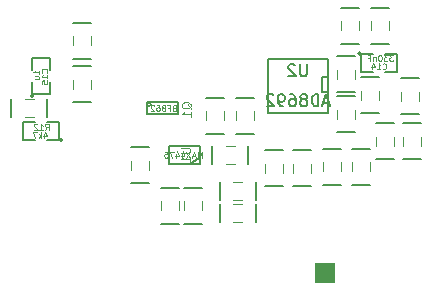
<source format=gbr>
%TF.GenerationSoftware,KiCad,Pcbnew,6.0.11+dfsg-1~bpo11+1*%
%TF.CreationDate,2023-05-28T09:09:13+00:00*%
%TF.ProjectId,PCRD01,50435244-3031-42e6-9b69-6361645f7063,01A*%
%TF.SameCoordinates,Original*%
%TF.FileFunction,Legend,Bot*%
%TF.FilePolarity,Positive*%
%FSLAX46Y46*%
G04 Gerber Fmt 4.6, Leading zero omitted, Abs format (unit mm)*
G04 Created by KiCad (PCBNEW 6.0.11+dfsg-1~bpo11+1) date 2023-05-28 09:09:13*
%MOMM*%
%LPD*%
G01*
G04 APERTURE LIST*
%ADD10C,0.109220*%
%ADD11C,0.150000*%
%ADD12C,0.076200*%
%ADD13C,0.119380*%
%ADD14C,0.099060*%
%ADD15C,0.120000*%
%ADD16R,1.651000X1.651000*%
G04 APERTURE END LIST*
D10*
%TO.C,C14*%
X173037672Y-84804407D02*
X173061500Y-84828234D01*
X173132983Y-84852062D01*
X173180638Y-84852062D01*
X173252121Y-84828234D01*
X173299776Y-84780579D01*
X173323604Y-84732924D01*
X173347431Y-84637613D01*
X173347431Y-84566130D01*
X173323604Y-84470820D01*
X173299776Y-84423165D01*
X173252121Y-84375510D01*
X173180638Y-84351682D01*
X173132983Y-84351682D01*
X173061500Y-84375510D01*
X173037672Y-84399337D01*
X172561120Y-84852062D02*
X172847051Y-84852062D01*
X172704086Y-84852062D02*
X172704086Y-84351682D01*
X172751741Y-84423165D01*
X172799396Y-84470820D01*
X172847051Y-84494648D01*
X172132223Y-84518475D02*
X172132223Y-84852062D01*
X172251361Y-84327854D02*
X172370499Y-84685269D01*
X172060740Y-84685269D01*
X173927156Y-83653182D02*
X173617397Y-83653182D01*
X173784190Y-83843803D01*
X173712708Y-83843803D01*
X173665052Y-83867630D01*
X173641225Y-83891458D01*
X173617397Y-83939113D01*
X173617397Y-84058251D01*
X173641225Y-84105907D01*
X173665052Y-84129734D01*
X173712708Y-84153562D01*
X173855673Y-84153562D01*
X173903329Y-84129734D01*
X173927156Y-84105907D01*
X173450604Y-83653182D02*
X173140845Y-83653182D01*
X173307638Y-83843803D01*
X173236155Y-83843803D01*
X173188500Y-83867630D01*
X173164672Y-83891458D01*
X173140845Y-83939113D01*
X173140845Y-84058251D01*
X173164672Y-84105907D01*
X173188500Y-84129734D01*
X173236155Y-84153562D01*
X173379121Y-84153562D01*
X173426776Y-84129734D01*
X173450604Y-84105907D01*
X172831086Y-83653182D02*
X172783430Y-83653182D01*
X172735775Y-83677010D01*
X172711948Y-83700837D01*
X172688120Y-83748492D01*
X172664292Y-83843803D01*
X172664292Y-83962941D01*
X172688120Y-84058251D01*
X172711948Y-84105907D01*
X172735775Y-84129734D01*
X172783430Y-84153562D01*
X172831086Y-84153562D01*
X172878741Y-84129734D01*
X172902569Y-84105907D01*
X172926396Y-84058251D01*
X172950224Y-83962941D01*
X172950224Y-83843803D01*
X172926396Y-83748492D01*
X172902569Y-83700837D01*
X172878741Y-83677010D01*
X172831086Y-83653182D01*
X172449844Y-83819975D02*
X172449844Y-84153562D01*
X172449844Y-83867630D02*
X172426016Y-83843803D01*
X172378361Y-83819975D01*
X172306878Y-83819975D01*
X172259223Y-83843803D01*
X172235395Y-83891458D01*
X172235395Y-84153562D01*
X171830326Y-83891458D02*
X171997119Y-83891458D01*
X171997119Y-84153562D02*
X171997119Y-83653182D01*
X171758843Y-83653182D01*
D11*
%TO.C,U2*%
X166619904Y-84446380D02*
X166619904Y-85255904D01*
X166572285Y-85351142D01*
X166524666Y-85398761D01*
X166429428Y-85446380D01*
X166238952Y-85446380D01*
X166143714Y-85398761D01*
X166096095Y-85351142D01*
X166048476Y-85255904D01*
X166048476Y-84446380D01*
X165619904Y-84541619D02*
X165572285Y-84494000D01*
X165477047Y-84446380D01*
X165238952Y-84446380D01*
X165143714Y-84494000D01*
X165096095Y-84541619D01*
X165048476Y-84636857D01*
X165048476Y-84732095D01*
X165096095Y-84874952D01*
X165667523Y-85446380D01*
X165048476Y-85446380D01*
X168500857Y-87700666D02*
X168024666Y-87700666D01*
X168596095Y-87986380D02*
X168262761Y-86986380D01*
X167929428Y-87986380D01*
X167596095Y-87986380D02*
X167596095Y-86986380D01*
X167358000Y-86986380D01*
X167215142Y-87034000D01*
X167119904Y-87129238D01*
X167072285Y-87224476D01*
X167024666Y-87414952D01*
X167024666Y-87557809D01*
X167072285Y-87748285D01*
X167119904Y-87843523D01*
X167215142Y-87938761D01*
X167358000Y-87986380D01*
X167596095Y-87986380D01*
X166453238Y-87414952D02*
X166548476Y-87367333D01*
X166596095Y-87319714D01*
X166643714Y-87224476D01*
X166643714Y-87176857D01*
X166596095Y-87081619D01*
X166548476Y-87034000D01*
X166453238Y-86986380D01*
X166262761Y-86986380D01*
X166167523Y-87034000D01*
X166119904Y-87081619D01*
X166072285Y-87176857D01*
X166072285Y-87224476D01*
X166119904Y-87319714D01*
X166167523Y-87367333D01*
X166262761Y-87414952D01*
X166453238Y-87414952D01*
X166548476Y-87462571D01*
X166596095Y-87510190D01*
X166643714Y-87605428D01*
X166643714Y-87795904D01*
X166596095Y-87891142D01*
X166548476Y-87938761D01*
X166453238Y-87986380D01*
X166262761Y-87986380D01*
X166167523Y-87938761D01*
X166119904Y-87891142D01*
X166072285Y-87795904D01*
X166072285Y-87605428D01*
X166119904Y-87510190D01*
X166167523Y-87462571D01*
X166262761Y-87414952D01*
X165215142Y-86986380D02*
X165405619Y-86986380D01*
X165500857Y-87034000D01*
X165548476Y-87081619D01*
X165643714Y-87224476D01*
X165691333Y-87414952D01*
X165691333Y-87795904D01*
X165643714Y-87891142D01*
X165596095Y-87938761D01*
X165500857Y-87986380D01*
X165310380Y-87986380D01*
X165215142Y-87938761D01*
X165167523Y-87891142D01*
X165119904Y-87795904D01*
X165119904Y-87557809D01*
X165167523Y-87462571D01*
X165215142Y-87414952D01*
X165310380Y-87367333D01*
X165500857Y-87367333D01*
X165596095Y-87414952D01*
X165643714Y-87462571D01*
X165691333Y-87557809D01*
X164643714Y-87986380D02*
X164453238Y-87986380D01*
X164358000Y-87938761D01*
X164310380Y-87891142D01*
X164215142Y-87748285D01*
X164167523Y-87557809D01*
X164167523Y-87176857D01*
X164215142Y-87081619D01*
X164262761Y-87034000D01*
X164358000Y-86986380D01*
X164548476Y-86986380D01*
X164643714Y-87034000D01*
X164691333Y-87081619D01*
X164738952Y-87176857D01*
X164738952Y-87414952D01*
X164691333Y-87510190D01*
X164643714Y-87557809D01*
X164548476Y-87605428D01*
X164358000Y-87605428D01*
X164262761Y-87557809D01*
X164215142Y-87510190D01*
X164167523Y-87414952D01*
X163786571Y-87081619D02*
X163738952Y-87034000D01*
X163643714Y-86986380D01*
X163405619Y-86986380D01*
X163310380Y-87034000D01*
X163262761Y-87081619D01*
X163215142Y-87176857D01*
X163215142Y-87272095D01*
X163262761Y-87414952D01*
X163834190Y-87986380D01*
X163215142Y-87986380D01*
D12*
%TO.C,U1*%
X155991914Y-91500028D02*
X156608771Y-91500028D01*
X156681342Y-91536314D01*
X156717628Y-91572600D01*
X156753914Y-91645171D01*
X156753914Y-91790314D01*
X156717628Y-91862885D01*
X156681342Y-91899171D01*
X156608771Y-91935457D01*
X155991914Y-91935457D01*
X156753914Y-92697457D02*
X156753914Y-92262028D01*
X156753914Y-92479742D02*
X155991914Y-92479742D01*
X156100771Y-92407171D01*
X156173342Y-92334600D01*
X156209628Y-92262028D01*
X157715122Y-92332362D02*
X157715122Y-91831982D01*
X157548329Y-92189396D01*
X157381536Y-91831982D01*
X157381536Y-92332362D01*
X157167087Y-92189396D02*
X156928811Y-92189396D01*
X157214742Y-92332362D02*
X157047949Y-91831982D01*
X156881156Y-92332362D01*
X156762018Y-91831982D02*
X156428431Y-92332362D01*
X156428431Y-91831982D02*
X156762018Y-92332362D01*
X156023361Y-91998775D02*
X156023361Y-92332362D01*
X156142500Y-91808154D02*
X156261638Y-92165569D01*
X155951879Y-92165569D01*
X155546809Y-91998775D02*
X155546809Y-92332362D01*
X155665947Y-91808154D02*
X155785085Y-92165569D01*
X155475326Y-92165569D01*
X155332360Y-91831982D02*
X154998774Y-91831982D01*
X155213222Y-92332362D01*
X154569877Y-91831982D02*
X154808153Y-91831982D01*
X154831980Y-92070258D01*
X154808153Y-92046430D01*
X154760498Y-92022603D01*
X154641360Y-92022603D01*
X154593704Y-92046430D01*
X154569877Y-92070258D01*
X154546049Y-92117913D01*
X154546049Y-92237051D01*
X154569877Y-92284707D01*
X154593704Y-92308534D01*
X154641360Y-92332362D01*
X154760498Y-92332362D01*
X154808153Y-92308534D01*
X154831980Y-92284707D01*
D13*
%TO.C,Q1*%
X156844265Y-88195488D02*
X156807980Y-88122917D01*
X156735408Y-88050345D01*
X156626551Y-87941488D01*
X156590265Y-87868917D01*
X156590265Y-87796345D01*
X156771694Y-87832631D02*
X156735408Y-87760060D01*
X156662837Y-87687488D01*
X156517694Y-87651202D01*
X156263694Y-87651202D01*
X156118551Y-87687488D01*
X156045980Y-87760060D01*
X156009694Y-87832631D01*
X156009694Y-87977774D01*
X156045980Y-88050345D01*
X156118551Y-88122917D01*
X156263694Y-88159202D01*
X156517694Y-88159202D01*
X156662837Y-88122917D01*
X156735408Y-88050345D01*
X156771694Y-87977774D01*
X156771694Y-87832631D01*
X156771694Y-88884917D02*
X156771694Y-88449488D01*
X156771694Y-88667202D02*
X156009694Y-88667202D01*
X156118551Y-88594631D01*
X156191122Y-88522060D01*
X156227408Y-88449488D01*
D14*
X155385035Y-88133258D02*
X155313552Y-88157086D01*
X155289725Y-88180913D01*
X155265897Y-88228569D01*
X155265897Y-88300051D01*
X155289725Y-88347707D01*
X155313552Y-88371534D01*
X155361208Y-88395362D01*
X155551829Y-88395362D01*
X155551829Y-87894982D01*
X155385035Y-87894982D01*
X155337380Y-87918810D01*
X155313552Y-87942637D01*
X155289725Y-87990292D01*
X155289725Y-88037948D01*
X155313552Y-88085603D01*
X155337380Y-88109430D01*
X155385035Y-88133258D01*
X155551829Y-88133258D01*
X154884655Y-88133258D02*
X155051449Y-88133258D01*
X155051449Y-88395362D02*
X155051449Y-87894982D01*
X154813172Y-87894982D01*
X154551069Y-88109430D02*
X154598724Y-88085603D01*
X154622551Y-88061775D01*
X154646379Y-88014120D01*
X154646379Y-87990292D01*
X154622551Y-87942637D01*
X154598724Y-87918810D01*
X154551069Y-87894982D01*
X154455758Y-87894982D01*
X154408103Y-87918810D01*
X154384275Y-87942637D01*
X154360448Y-87990292D01*
X154360448Y-88014120D01*
X154384275Y-88061775D01*
X154408103Y-88085603D01*
X154455758Y-88109430D01*
X154551069Y-88109430D01*
X154598724Y-88133258D01*
X154622551Y-88157086D01*
X154646379Y-88204741D01*
X154646379Y-88300051D01*
X154622551Y-88347707D01*
X154598724Y-88371534D01*
X154551069Y-88395362D01*
X154455758Y-88395362D01*
X154408103Y-88371534D01*
X154384275Y-88347707D01*
X154360448Y-88300051D01*
X154360448Y-88204741D01*
X154384275Y-88157086D01*
X154408103Y-88133258D01*
X154455758Y-88109430D01*
X153931550Y-87894982D02*
X154026861Y-87894982D01*
X154074516Y-87918810D01*
X154098344Y-87942637D01*
X154145999Y-88014120D01*
X154169827Y-88109430D01*
X154169827Y-88300051D01*
X154145999Y-88347707D01*
X154122171Y-88371534D01*
X154074516Y-88395362D01*
X153979206Y-88395362D01*
X153931550Y-88371534D01*
X153907723Y-88347707D01*
X153883895Y-88300051D01*
X153883895Y-88180913D01*
X153907723Y-88133258D01*
X153931550Y-88109430D01*
X153979206Y-88085603D01*
X154074516Y-88085603D01*
X154122171Y-88109430D01*
X154145999Y-88133258D01*
X154169827Y-88180913D01*
X153693274Y-87942637D02*
X153669447Y-87918810D01*
X153621791Y-87894982D01*
X153502653Y-87894982D01*
X153454998Y-87918810D01*
X153431170Y-87942637D01*
X153407343Y-87990292D01*
X153407343Y-88037948D01*
X153431170Y-88109430D01*
X153717102Y-88395362D01*
X153407343Y-88395362D01*
D10*
%TO.C,R12*%
X144462672Y-89982862D02*
X144629466Y-89744586D01*
X144748604Y-89982862D02*
X144748604Y-89482482D01*
X144557983Y-89482482D01*
X144510328Y-89506310D01*
X144486500Y-89530137D01*
X144462672Y-89577792D01*
X144462672Y-89649275D01*
X144486500Y-89696930D01*
X144510328Y-89720758D01*
X144557983Y-89744586D01*
X144748604Y-89744586D01*
X143986120Y-89982862D02*
X144272051Y-89982862D01*
X144129086Y-89982862D02*
X144129086Y-89482482D01*
X144176741Y-89553965D01*
X144224396Y-89601620D01*
X144272051Y-89625448D01*
X143795499Y-89530137D02*
X143771671Y-89506310D01*
X143724016Y-89482482D01*
X143604878Y-89482482D01*
X143557223Y-89506310D01*
X143533395Y-89530137D01*
X143509568Y-89577792D01*
X143509568Y-89625448D01*
X143533395Y-89696930D01*
X143819327Y-89982862D01*
X143509568Y-89982862D01*
X144359500Y-90347775D02*
X144359500Y-90681362D01*
X144478638Y-90157154D02*
X144597776Y-90514569D01*
X144288017Y-90514569D01*
X144097396Y-90681362D02*
X144097396Y-90180982D01*
X144049741Y-90490741D02*
X143906775Y-90681362D01*
X143906775Y-90347775D02*
X144097396Y-90538396D01*
X143739982Y-90180982D02*
X143406395Y-90180982D01*
X143620844Y-90681362D01*
%TO.C,C15*%
X144611807Y-85142227D02*
X144635634Y-85118399D01*
X144659462Y-85046916D01*
X144659462Y-84999261D01*
X144635634Y-84927778D01*
X144587979Y-84880123D01*
X144540324Y-84856295D01*
X144445013Y-84832468D01*
X144373530Y-84832468D01*
X144278220Y-84856295D01*
X144230565Y-84880123D01*
X144182910Y-84927778D01*
X144159082Y-84999261D01*
X144159082Y-85046916D01*
X144182910Y-85118399D01*
X144206737Y-85142227D01*
X144659462Y-85618779D02*
X144659462Y-85332848D01*
X144659462Y-85475813D02*
X144159082Y-85475813D01*
X144230565Y-85428158D01*
X144278220Y-85380503D01*
X144302048Y-85332848D01*
X144159082Y-86071504D02*
X144159082Y-85833228D01*
X144397358Y-85809400D01*
X144373530Y-85833228D01*
X144349703Y-85880883D01*
X144349703Y-86000021D01*
X144373530Y-86047676D01*
X144397358Y-86071504D01*
X144445013Y-86095331D01*
X144564151Y-86095331D01*
X144611807Y-86071504D01*
X144635634Y-86047676D01*
X144659462Y-86000021D01*
X144659462Y-85880883D01*
X144635634Y-85833228D01*
X144611807Y-85809400D01*
X143960962Y-85253503D02*
X143960962Y-84967571D01*
X143960962Y-85110537D02*
X143460582Y-85110537D01*
X143532065Y-85062882D01*
X143579720Y-85015227D01*
X143603548Y-84967571D01*
X143627375Y-85682400D02*
X143960962Y-85682400D01*
X143627375Y-85467951D02*
X143889479Y-85467951D01*
X143937134Y-85491779D01*
X143960962Y-85539434D01*
X143960962Y-85610917D01*
X143937134Y-85658572D01*
X143913307Y-85682400D01*
D15*
%TO.C,C1*%
X148332000Y-85756000D02*
X148332000Y-86518000D01*
X146808000Y-85756000D02*
X146808000Y-86518000D01*
D11*
X148332000Y-84613000D02*
X146808000Y-84613000D01*
X146808000Y-87661000D02*
X148332000Y-87661000D01*
D15*
%TO.C,C2*%
X156206000Y-96043000D02*
X156206000Y-96805000D01*
D11*
X156206000Y-97948000D02*
X157730000Y-97948000D01*
X157730000Y-94900000D02*
X156206000Y-94900000D01*
D15*
X157730000Y-96043000D02*
X157730000Y-96805000D01*
%TO.C,C3*%
X158111000Y-89185000D02*
X158111000Y-88423000D01*
D11*
X159635000Y-87280000D02*
X158111000Y-87280000D01*
D15*
X159635000Y-89185000D02*
X159635000Y-88423000D01*
D11*
X158111000Y-90328000D02*
X159635000Y-90328000D01*
D15*
%TO.C,C5*%
X172081000Y-81565000D02*
X172081000Y-80803000D01*
D11*
X172081000Y-82708000D02*
X173605000Y-82708000D01*
D15*
X173605000Y-81565000D02*
X173605000Y-80803000D01*
D11*
X173605000Y-79660000D02*
X172081000Y-79660000D01*
D15*
%TO.C,C6*%
X171065000Y-81565000D02*
X171065000Y-80803000D01*
X169541000Y-81565000D02*
X169541000Y-80803000D01*
D11*
X171065000Y-79660000D02*
X169541000Y-79660000D01*
X169541000Y-82708000D02*
X171065000Y-82708000D01*
%TO.C,C10*%
X159228600Y-96246200D02*
X159228600Y-97770200D01*
D15*
X160371600Y-97770200D02*
X161133600Y-97770200D01*
X160371600Y-96246200D02*
X161133600Y-96246200D01*
D11*
X162276600Y-97770200D02*
X162276600Y-96246200D01*
D15*
%TO.C,C12*%
X176272000Y-91344000D02*
X176272000Y-90582000D01*
D11*
X176272000Y-89439000D02*
X174748000Y-89439000D01*
X174748000Y-92487000D02*
X176272000Y-92487000D01*
D15*
X174748000Y-91344000D02*
X174748000Y-90582000D01*
D11*
%TO.C,C14*%
X171192000Y-85070200D02*
X172208000Y-85070200D01*
X173224000Y-85070200D02*
X174240000Y-85070200D01*
X174240000Y-85070200D02*
X174240000Y-83546200D01*
X172208000Y-83546200D02*
X171192000Y-83546200D01*
X171192000Y-83546200D02*
X171192000Y-85070200D01*
X174240000Y-83546200D02*
X173224000Y-83546200D01*
X171192000Y-83546200D02*
G75*
G03*
X171192000Y-83546200I-127000J0D01*
G01*
D15*
%TO.C,R1*%
X148332000Y-82835000D02*
X148332000Y-82073000D01*
X146808000Y-82835000D02*
X146808000Y-82073000D01*
D11*
X146808000Y-83978000D02*
X148332000Y-83978000D01*
X148332000Y-80930000D02*
X146808000Y-80930000D01*
D15*
%TO.C,R2*%
X143493300Y-88931000D02*
X142731300Y-88931000D01*
D11*
X141588300Y-87407000D02*
X141588300Y-88931000D01*
X144636300Y-88931000D02*
X144636300Y-87407000D01*
D15*
X143493300Y-87407000D02*
X142731300Y-87407000D01*
D11*
%TO.C,R5*%
X164588000Y-91725000D02*
X163064000Y-91725000D01*
D15*
X163064000Y-93630000D02*
X163064000Y-92868000D01*
X164588000Y-93630000D02*
X164588000Y-92868000D01*
D11*
X163064000Y-94773000D02*
X164588000Y-94773000D01*
D15*
%TO.C,R6*%
X171954000Y-93503000D02*
X171954000Y-92741000D01*
D11*
X171954000Y-91598000D02*
X170430000Y-91598000D01*
D15*
X170430000Y-93503000D02*
X170430000Y-92741000D01*
D11*
X170430000Y-94646000D02*
X171954000Y-94646000D01*
D15*
%TO.C,R7*%
X167001000Y-93630000D02*
X167001000Y-92868000D01*
D11*
X167001000Y-91725000D02*
X165477000Y-91725000D01*
D15*
X165477000Y-93630000D02*
X165477000Y-92868000D01*
D11*
X165477000Y-94773000D02*
X167001000Y-94773000D01*
D15*
%TO.C,R8*%
X172462000Y-91344000D02*
X172462000Y-90582000D01*
X173986000Y-91344000D02*
X173986000Y-90582000D01*
D11*
X172462000Y-92487000D02*
X173986000Y-92487000D01*
X173986000Y-89439000D02*
X172462000Y-89439000D01*
%TO.C,R9*%
X170734800Y-87127600D02*
X169210800Y-87127600D01*
D15*
X169210800Y-89032600D02*
X169210800Y-88270600D01*
X170734800Y-89032600D02*
X170734800Y-88270600D01*
D11*
X169210800Y-90175600D02*
X170734800Y-90175600D01*
%TO.C,R11*%
X174595600Y-88677000D02*
X176119600Y-88677000D01*
D15*
X176119600Y-86772000D02*
X176119600Y-87534000D01*
D11*
X176119600Y-85629000D02*
X174595600Y-85629000D01*
D15*
X174595600Y-86772000D02*
X174595600Y-87534000D01*
D11*
%TO.C,C11*%
X169541000Y-91598000D02*
X168017000Y-91598000D01*
D15*
X169541000Y-93503000D02*
X169541000Y-92741000D01*
X168017000Y-93503000D02*
X168017000Y-92741000D01*
D11*
X168017000Y-94646000D02*
X169541000Y-94646000D01*
%TO.C,C9*%
X162175000Y-87280000D02*
X160651000Y-87280000D01*
X160651000Y-90328000D02*
X162175000Y-90328000D01*
D15*
X160651000Y-89185000D02*
X160651000Y-88423000D01*
X162175000Y-89185000D02*
X162175000Y-88423000D01*
D11*
%TO.C,C8*%
X161667000Y-92868000D02*
X161667000Y-91344000D01*
X158619000Y-91344000D02*
X158619000Y-92868000D01*
D15*
X160524000Y-92868000D02*
X159762000Y-92868000D01*
X160524000Y-91344000D02*
X159762000Y-91344000D01*
%TO.C,C13*%
X169210800Y-85679800D02*
X169210800Y-84917800D01*
X170734800Y-85679800D02*
X170734800Y-84917800D01*
D11*
X169210800Y-86822800D02*
X170734800Y-86822800D01*
X170734800Y-83774800D02*
X169210800Y-83774800D01*
%TO.C,R10*%
X172766800Y-85527400D02*
X171242800Y-85527400D01*
D15*
X172766800Y-87432400D02*
X172766800Y-86670400D01*
D11*
X171242800Y-88575400D02*
X172766800Y-88575400D01*
D15*
X171242800Y-87432400D02*
X171242800Y-86670400D01*
D11*
%TO.C,C7*%
X159254000Y-94392000D02*
X159254000Y-95916000D01*
D15*
X160397000Y-94392000D02*
X161159000Y-94392000D01*
D11*
X162302000Y-95916000D02*
X162302000Y-94392000D01*
D15*
X160397000Y-95916000D02*
X161159000Y-95916000D01*
D11*
%TO.C,U2*%
X168398000Y-88550000D02*
X168398000Y-83978000D01*
X168398000Y-83978000D02*
X163318000Y-83978000D01*
X163318000Y-83978000D02*
X163318000Y-88550000D01*
X167890000Y-85502000D02*
X167890000Y-86772000D01*
X168398000Y-85502000D02*
X167890000Y-85502000D01*
X167890000Y-86772000D02*
X168398000Y-86772000D01*
X163318000Y-88550000D02*
X168398000Y-88550000D01*
%TO.C,U1*%
X156714000Y-92868000D02*
X157476000Y-92360000D01*
X154936000Y-92868000D02*
X157539500Y-92868000D01*
X157539500Y-92868000D02*
X157539500Y-91344000D01*
X157539500Y-91344000D02*
X154936000Y-91344000D01*
X154936000Y-91344000D02*
X154936000Y-92868000D01*
%TO.C,R3*%
X154301000Y-97948000D02*
X155825000Y-97948000D01*
D15*
X155825000Y-96805000D02*
X155825000Y-96043000D01*
X154301000Y-96805000D02*
X154301000Y-96043000D01*
D11*
X155825000Y-94900000D02*
X154301000Y-94900000D01*
%TO.C,Q1*%
X153094500Y-88677000D02*
X153094500Y-87661000D01*
X155698000Y-88677000D02*
X155698000Y-87661000D01*
X153094500Y-88677000D02*
X155698000Y-88677000D01*
X155698000Y-87661000D02*
X153094500Y-87661000D01*
X153411050Y-87818480D02*
G75*
G03*
X153411050Y-87818480I-159070J0D01*
G01*
D15*
%TO.C,R4*%
X153285000Y-93376000D02*
X153285000Y-92614000D01*
X151761000Y-93376000D02*
X151761000Y-92614000D01*
D11*
X151761000Y-94519000D02*
X153285000Y-94519000D01*
X153285000Y-91471000D02*
X151761000Y-91471000D01*
%TO.C,R12*%
X143633000Y-89312000D02*
X142617000Y-89312000D01*
X144649000Y-90836000D02*
X145665000Y-90836000D01*
X145665000Y-89312000D02*
X144649000Y-89312000D01*
X142617000Y-89312000D02*
X142617000Y-90836000D01*
X145665000Y-90836000D02*
X145665000Y-89312000D01*
X142617000Y-90836000D02*
X143633000Y-90836000D01*
X145919000Y-90836000D02*
G75*
G03*
X145919000Y-90836000I-127000J0D01*
G01*
%TO.C,C15*%
X144877600Y-86987900D02*
X144877600Y-85971900D01*
X143353600Y-86987900D02*
X144877600Y-86987900D01*
X143353600Y-85971900D02*
X143353600Y-86987900D01*
X144877600Y-83939900D02*
X143353600Y-83939900D01*
X144877600Y-84955900D02*
X144877600Y-83939900D01*
X143353600Y-83939900D02*
X143353600Y-84955900D01*
X143480600Y-87114900D02*
G75*
G03*
X143480600Y-87114900I-127000J0D01*
G01*
%TD*%
D16*
%TO.C,J2*%
X168194800Y-102139000D03*
%TD*%
M02*

</source>
